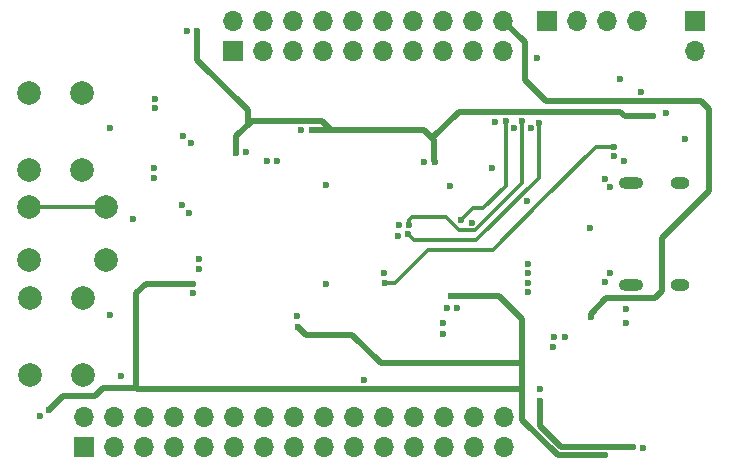
<source format=gbr>
%TF.GenerationSoftware,KiCad,Pcbnew,8.0.7*%
%TF.CreationDate,2024-12-26T08:41:20+02:00*%
%TF.ProjectId,STM32F405RGT6_BlackPill,53544d33-3246-4343-9035-524754365f42,rev?*%
%TF.SameCoordinates,Original*%
%TF.FileFunction,Copper,L4,Bot*%
%TF.FilePolarity,Positive*%
%FSLAX46Y46*%
G04 Gerber Fmt 4.6, Leading zero omitted, Abs format (unit mm)*
G04 Created by KiCad (PCBNEW 8.0.7) date 2024-12-26 08:41:20*
%MOMM*%
%LPD*%
G01*
G04 APERTURE LIST*
%TA.AperFunction,ComponentPad*%
%ADD10C,2.000000*%
%TD*%
%TA.AperFunction,ComponentPad*%
%ADD11R,1.700000X1.700000*%
%TD*%
%TA.AperFunction,ComponentPad*%
%ADD12O,1.700000X1.700000*%
%TD*%
%TA.AperFunction,ComponentPad*%
%ADD13O,2.100000X1.000000*%
%TD*%
%TA.AperFunction,ComponentPad*%
%ADD14O,1.600000X1.000000*%
%TD*%
%TA.AperFunction,ViaPad*%
%ADD15C,0.600000*%
%TD*%
%TA.AperFunction,Conductor*%
%ADD16C,0.500000*%
%TD*%
%TA.AperFunction,Conductor*%
%ADD17C,0.300000*%
%TD*%
G04 APERTURE END LIST*
D10*
%TO.P,SW102,1,1*%
%TO.N,PC13*%
X79750000Y-52700000D03*
X86250000Y-52700000D03*
%TO.P,SW102,2,2*%
%TO.N,+3.3V*%
X79750000Y-57200000D03*
X86250000Y-57200000D03*
%TD*%
%TO.P,SW100,1,1*%
%TO.N,BOOT0*%
X84250000Y-43050000D03*
X84250000Y-49550000D03*
%TO.P,SW100,2,2*%
%TO.N,+3.3V*%
X79750000Y-43050000D03*
X79750000Y-49550000D03*
%TD*%
%TO.P,SW101,1,1*%
%TO.N,GND*%
X79800000Y-66900000D03*
X79800000Y-60400000D03*
%TO.P,SW101,2,2*%
%TO.N,NRST*%
X84300000Y-66900000D03*
X84300000Y-60400000D03*
%TD*%
D11*
%TO.P,J103,1,Pin_1*%
%TO.N,GND*%
X136100000Y-36900000D03*
D12*
%TO.P,J103,2,Pin_2*%
%TO.N,VBUS*%
X136100000Y-39440000D03*
%TD*%
D11*
%TO.P,J100,1,Pin_1*%
%TO.N,GND*%
X123620000Y-36900000D03*
D12*
%TO.P,J100,2,Pin_2*%
%TO.N,/MCU/SWCLK_CONN*%
X126160000Y-36900000D03*
%TO.P,J100,3,Pin_3*%
%TO.N,/MCU/SWDIO_CONN*%
X128700000Y-36900000D03*
%TO.P,J100,4,Pin_4*%
%TO.N,+3.3V*%
X131240000Y-36900000D03*
%TD*%
D13*
%TO.P,J200,S1,SHIELD*%
%TO.N,unconnected-(J200-SHIELD-PadS1)*%
X130695000Y-59320000D03*
D14*
%TO.N,unconnected-(J200-SHIELD-PadS1)_2*%
X134875000Y-59320000D03*
D13*
%TO.N,unconnected-(J200-SHIELD-PadS1)_3*%
X130695000Y-50680000D03*
D14*
%TO.N,unconnected-(J200-SHIELD-PadS1)_1*%
X134875000Y-50680000D03*
%TD*%
D11*
%TO.P,J102,1,Pin_1*%
%TO.N,GND*%
X97040000Y-39440000D03*
D12*
%TO.P,J102,2,Pin_2*%
%TO.N,+3.3V*%
X97040000Y-36900000D03*
%TO.P,J102,3,Pin_3*%
%TO.N,PB9*%
X99580000Y-39440000D03*
%TO.P,J102,4,Pin_4*%
%TO.N,PB8*%
X99580000Y-36900000D03*
%TO.P,J102,5,Pin_5*%
%TO.N,PB7*%
X102120000Y-39440000D03*
%TO.P,J102,6,Pin_6*%
%TO.N,PB6*%
X102120000Y-36900000D03*
%TO.P,J102,7,Pin_7*%
%TO.N,PB5*%
X104660000Y-39440000D03*
%TO.P,J102,8,Pin_8*%
%TO.N,PB4*%
X104660000Y-36900000D03*
%TO.P,J102,9,Pin_9*%
%TO.N,PB3*%
X107200000Y-39440000D03*
%TO.P,J102,10,Pin_10*%
%TO.N,PD2*%
X107200000Y-36900000D03*
%TO.P,J102,11,Pin_11*%
%TO.N,GND*%
X109740000Y-39440000D03*
%TO.P,J102,12,Pin_12*%
%TO.N,PC12*%
X109740000Y-36900000D03*
%TO.P,J102,13,Pin_13*%
%TO.N,PC11*%
X112280000Y-39440000D03*
%TO.P,J102,14,Pin_14*%
%TO.N,PC10*%
X112280000Y-36900000D03*
%TO.P,J102,15,Pin_15*%
%TO.N,PA15*%
X114820000Y-39440000D03*
%TO.P,J102,16,Pin_16*%
%TO.N,PA10*%
X114820000Y-36900000D03*
%TO.P,J102,17,Pin_17*%
%TO.N,PA9*%
X117360000Y-39440000D03*
%TO.P,J102,18,Pin_18*%
%TO.N,PA8*%
X117360000Y-36900000D03*
%TO.P,J102,19,Pin_19*%
%TO.N,GND*%
X119900000Y-39440000D03*
%TO.P,J102,20,Pin_20*%
%TO.N,+5V*%
X119900000Y-36900000D03*
%TD*%
D11*
%TO.P,J101,1,Pin_1*%
%TO.N,GND*%
X84380000Y-73040000D03*
D12*
%TO.P,J101,2,Pin_2*%
%TO.N,+3.3V*%
X84380000Y-70500000D03*
%TO.P,J101,3,Pin_3*%
%TO.N,PC1*%
X86920000Y-73040000D03*
%TO.P,J101,4,Pin_4*%
%TO.N,PC0*%
X86920000Y-70500000D03*
%TO.P,J101,5,Pin_5*%
%TO.N,PC3*%
X89460000Y-73040000D03*
%TO.P,J101,6,Pin_6*%
%TO.N,PC2*%
X89460000Y-70500000D03*
%TO.P,J101,7,Pin_7*%
%TO.N,PA1*%
X92000000Y-73040000D03*
%TO.P,J101,8,Pin_8*%
%TO.N,PA0*%
X92000000Y-70500000D03*
%TO.P,J101,9,Pin_9*%
%TO.N,PA3*%
X94540000Y-73040000D03*
%TO.P,J101,10,Pin_10*%
%TO.N,PA2*%
X94540000Y-70500000D03*
%TO.P,J101,11,Pin_11*%
%TO.N,PA5*%
X97080000Y-73040000D03*
%TO.P,J101,12,Pin_12*%
%TO.N,PA4*%
X97080000Y-70500000D03*
%TO.P,J101,13,Pin_13*%
%TO.N,PA7*%
X99620000Y-73040000D03*
%TO.P,J101,14,Pin_14*%
%TO.N,PA6*%
X99620000Y-70500000D03*
%TO.P,J101,15,Pin_15*%
%TO.N,PC5*%
X102160000Y-73040000D03*
%TO.P,J101,16,Pin_16*%
%TO.N,PC4*%
X102160000Y-70500000D03*
%TO.P,J101,17,Pin_17*%
%TO.N,PB1*%
X104700000Y-73040000D03*
%TO.P,J101,18,Pin_18*%
%TO.N,PB0*%
X104700000Y-70500000D03*
%TO.P,J101,19,Pin_19*%
%TO.N,PB11*%
X107240000Y-73040000D03*
%TO.P,J101,20,Pin_20*%
%TO.N,PB10*%
X107240000Y-70500000D03*
%TO.P,J101,21,Pin_21*%
%TO.N,PB13*%
X109780000Y-73040000D03*
%TO.P,J101,22,Pin_22*%
%TO.N,PB12*%
X109780000Y-70500000D03*
%TO.P,J101,23,Pin_23*%
%TO.N,PB15*%
X112320000Y-73040000D03*
%TO.P,J101,24,Pin_24*%
%TO.N,PB14*%
X112320000Y-70500000D03*
%TO.P,J101,25,Pin_25*%
%TO.N,PC7*%
X114860000Y-73040000D03*
%TO.P,J101,26,Pin_26*%
%TO.N,PC6*%
X114860000Y-70500000D03*
%TO.P,J101,27,Pin_27*%
%TO.N,PC9*%
X117400000Y-73040000D03*
%TO.P,J101,28,Pin_28*%
%TO.N,PC8*%
X117400000Y-70500000D03*
%TO.P,J101,29,Pin_29*%
%TO.N,GND*%
X119940000Y-73040000D03*
%TO.P,J101,30,Pin_30*%
%TO.N,+5V*%
X119940000Y-70500000D03*
%TD*%
D15*
%TO.N,GND*%
X99850000Y-48750000D03*
X114800000Y-63400000D03*
X122760000Y-40060000D03*
X114800000Y-62500000D03*
X127250000Y-54500000D03*
X130280000Y-61300000D03*
X129760000Y-41860000D03*
X98100000Y-48000000D03*
X121934749Y-52150000D03*
X119200000Y-45500000D03*
X128900000Y-58300000D03*
X90300000Y-49400000D03*
X80700000Y-70400000D03*
X130150000Y-48750000D03*
X130300000Y-62500000D03*
X93100000Y-37800000D03*
X90300000Y-50200000D03*
X122000000Y-58300000D03*
X123000000Y-68100000D03*
X94100000Y-57900000D03*
X104900000Y-50800000D03*
X92700000Y-52500000D03*
X102400000Y-61900000D03*
X125100000Y-63675000D03*
X93600000Y-60000000D03*
X124100000Y-64525000D03*
X135300000Y-46950000D03*
X122000000Y-57500000D03*
X128900000Y-51000000D03*
X113200000Y-48900000D03*
X86570000Y-61850000D03*
X124150000Y-63675000D03*
X118900000Y-49400000D03*
X90400000Y-43500000D03*
X120800000Y-46000000D03*
X122000000Y-59900000D03*
X102800000Y-46150000D03*
X131750000Y-73050000D03*
X128500000Y-50300000D03*
X111100000Y-54200000D03*
X133700000Y-44700000D03*
X93450000Y-47250000D03*
X111000000Y-55100000D03*
X104900000Y-59200000D03*
X122000000Y-59100000D03*
X115150000Y-61200000D03*
X116000000Y-61200000D03*
X128500000Y-59000000D03*
X93250000Y-53150000D03*
X88500000Y-53660000D03*
X86600000Y-45990000D03*
X87500000Y-67000000D03*
X90400000Y-44300000D03*
X129300000Y-48400000D03*
X92800000Y-46700000D03*
X115400000Y-50900000D03*
X100700000Y-48800000D03*
X131560000Y-42960000D03*
X94100000Y-57050000D03*
X108100000Y-67300000D03*
X109800000Y-58300000D03*
X122200000Y-46000000D03*
X117200000Y-54000000D03*
%TO.N,+3.3V*%
X103700000Y-46200000D03*
X81400000Y-69900000D03*
X132600000Y-45000000D03*
X97296701Y-48104052D03*
X93600000Y-59200000D03*
X128500000Y-73700000D03*
X123000000Y-69075000D03*
X114100000Y-48900000D03*
X115500000Y-60200000D03*
X130900000Y-73025000D03*
X86700000Y-68000000D03*
X94000000Y-37800000D03*
X102500000Y-62800000D03*
%TO.N,+5V*%
X127300000Y-61975000D03*
%TO.N,PA10*%
X116300000Y-53825000D03*
X120100000Y-45400000D03*
%TO.N,PA8*%
X111800000Y-55000000D03*
X122900000Y-45600000D03*
%TO.N,PA9*%
X111900000Y-54200000D03*
X121500000Y-45400000D03*
%TO.N,PB2*%
X129300000Y-47600000D03*
X109900000Y-59100000D03*
%TD*%
D16*
%TO.N,+3.3V*%
X132600000Y-45000000D02*
X130200000Y-45000000D01*
X88900000Y-68100000D02*
X88800000Y-68000000D01*
X94000000Y-40200000D02*
X94000000Y-37800000D01*
X129800000Y-44600000D02*
X116100000Y-44600000D01*
X130200000Y-45000000D02*
X129800000Y-44600000D01*
X82600000Y-68700000D02*
X81400000Y-69900000D01*
X121500000Y-68000000D02*
X121500000Y-65900000D01*
X98600000Y-45400000D02*
X104500000Y-45400000D01*
X128500000Y-73700000D02*
X124500000Y-73700000D01*
X130900000Y-73025000D02*
X124800000Y-73025000D01*
X98500000Y-45500000D02*
X98600000Y-45400000D01*
X121500000Y-70700000D02*
X121500000Y-68000000D01*
X88800000Y-66000000D02*
X88800000Y-60000000D01*
X109500000Y-65900000D02*
X107100000Y-63500000D01*
X121500000Y-65900000D02*
X121500000Y-62200000D01*
X86700000Y-68000000D02*
X86000000Y-68000000D01*
X121500000Y-62200000D02*
X119500000Y-60200000D01*
X107100000Y-63500000D02*
X103200000Y-63500000D01*
X121500000Y-68000000D02*
X121400000Y-68100000D01*
X114100000Y-48900000D02*
X114000000Y-48800000D01*
X88800000Y-68000000D02*
X88800000Y-66000000D01*
X105300000Y-46200000D02*
X103900000Y-46200000D01*
X113600000Y-46600000D02*
X113200000Y-46200000D01*
X89600000Y-59200000D02*
X93600000Y-59200000D01*
D17*
X116150000Y-60150000D02*
X116200000Y-60200000D01*
D16*
X97296701Y-48104052D02*
X97296701Y-46703299D01*
X104500000Y-45400000D02*
X105300000Y-46200000D01*
X113850000Y-46850000D02*
X113600000Y-46600000D01*
X123000000Y-71225000D02*
X123000000Y-69075000D01*
X98300000Y-45700000D02*
X98300000Y-44500000D01*
X121500000Y-65900000D02*
X109500000Y-65900000D01*
X124800000Y-73025000D02*
X123000000Y-71225000D01*
X86000000Y-68000000D02*
X85300000Y-68700000D01*
X119500000Y-60200000D02*
X116400000Y-60200000D01*
X113200000Y-46200000D02*
X105300000Y-46200000D01*
X85300000Y-68700000D02*
X82600000Y-68700000D01*
X88800000Y-60000000D02*
X89600000Y-59200000D01*
X114000000Y-47000000D02*
X113850000Y-46850000D01*
X103200000Y-63500000D02*
X102500000Y-62800000D01*
X97296701Y-46703299D02*
X98500000Y-45500000D01*
X116100000Y-44600000D02*
X113850000Y-46850000D01*
D17*
X116200000Y-60200000D02*
X116400000Y-60200000D01*
D16*
X121400000Y-68100000D02*
X88900000Y-68100000D01*
X114000000Y-48800000D02*
X114000000Y-47000000D01*
X116400000Y-60200000D02*
X115500000Y-60200000D01*
X88800000Y-68000000D02*
X86700000Y-68000000D01*
X98300000Y-44500000D02*
X94000000Y-40200000D01*
X124500000Y-73700000D02*
X121500000Y-70700000D01*
%TO.N,+5V*%
X136610000Y-43710000D02*
X136110000Y-43710000D01*
X128600000Y-60400000D02*
X132700000Y-60400000D01*
X132700000Y-60400000D02*
X133300000Y-59800000D01*
X133300000Y-59800000D02*
X133300000Y-55300000D01*
X127300000Y-61700000D02*
X128600000Y-60400000D01*
X127300000Y-61975000D02*
X127300000Y-61700000D01*
X137300000Y-51300000D02*
X137300000Y-44400000D01*
X123510000Y-43710000D02*
X121700000Y-41900000D01*
X121700000Y-41900000D02*
X121700000Y-38700000D01*
X137300000Y-44400000D02*
X136610000Y-43710000D01*
X133300000Y-55300000D02*
X137300000Y-51300000D01*
X136110000Y-43710000D02*
X123510000Y-43710000D01*
X121700000Y-38700000D02*
X119900000Y-36900000D01*
D17*
%TO.N,PA10*%
X120100000Y-50900000D02*
X120100000Y-45400000D01*
X117325000Y-52800000D02*
X118200000Y-52800000D01*
X118200000Y-52800000D02*
X120100000Y-50900000D01*
X116300000Y-53825000D02*
X117325000Y-52800000D01*
%TO.N,PA8*%
X112300000Y-55500000D02*
X117600000Y-55500000D01*
X117600000Y-55500000D02*
X122900000Y-50200000D01*
X111800000Y-55000000D02*
X112300000Y-55500000D01*
X122900000Y-50200000D02*
X122900000Y-45600000D01*
%TO.N,PA9*%
X111900000Y-53800000D02*
X111900000Y-54200000D01*
X115000000Y-53500000D02*
X112200000Y-53500000D01*
X116150000Y-54650000D02*
X115000000Y-53500000D01*
X121500000Y-50619239D02*
X117469239Y-54650000D01*
X117469239Y-54650000D02*
X116150000Y-54650000D01*
X112200000Y-53500000D02*
X111900000Y-53800000D01*
X121500000Y-45400000D02*
X121500000Y-50619239D01*
%TO.N,PB2*%
X119000000Y-56300000D02*
X123100000Y-52200000D01*
X110700000Y-59100000D02*
X112400000Y-57400000D01*
X112400000Y-57400000D02*
X113500000Y-56300000D01*
X127700000Y-47600000D02*
X129300000Y-47600000D01*
X117300000Y-56300000D02*
X119000000Y-56300000D01*
X109900000Y-59100000D02*
X110700000Y-59100000D01*
X113500000Y-56300000D02*
X117300000Y-56300000D01*
X123100000Y-52200000D02*
X127700000Y-47600000D01*
%TO.N,PC13*%
X79750000Y-52700000D02*
X86250000Y-52700000D01*
%TD*%
M02*

</source>
